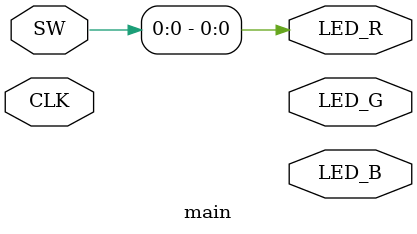
<source format=v>


module main (
	input [3:0] SW,
	input CLK,
	output LED_R,
	output LED_G,
	output LED_B
);

//-- Modify this value for changing the blink frequency
//localparam N = 22;  //-- N<=21 Fast, N>=23 Slow

//reg [N:0] counter;
//always @(posedge CLK) begin
  //counter = counter + 1;
//end 

//assign LED_G = SW[0];
assign LED_R = SW;
//assign LED_B = SW[2] | SW[1];

endmodule

</source>
